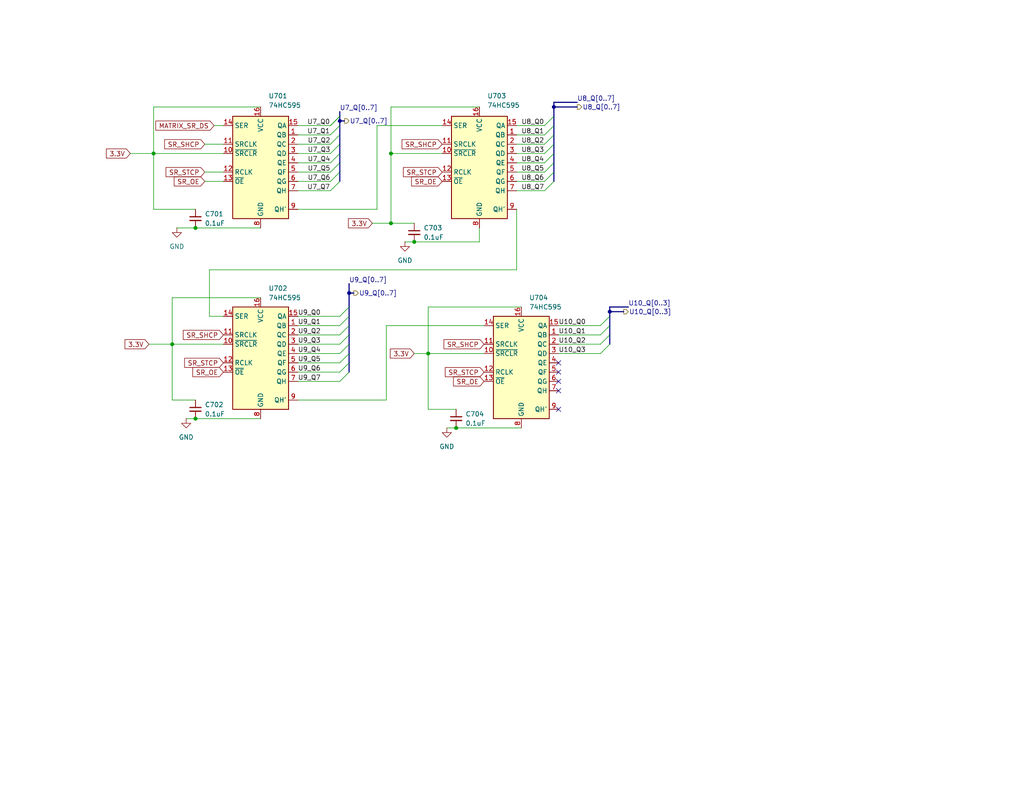
<source format=kicad_sch>
(kicad_sch (version 20250114) (generator "eeschema") (generator_version "9.0")
  (paper "USLetter")
  (title_block (title "ESP332 Guitar Patch Bay") (date "2025-05-27") (rev "1"))
  (lib_symbols
    (symbol "74xx:74HC595"
      (property "Reference" "U" (at -7.62 13.97 0))
      (property "Value" "74HC595" (at -7.62 -16.51 0))
      (symbol "74HC595_1_0"
        (pin input line (at -10.16 10.16 0) (length 2.54) (name "SER") (number "14"))
        (pin input line (at -10.16 5.08 0) (length 2.54) (name "SRCLK") (number "11"))
        (pin input line (at -10.16 2.54 0) (length 2.54) (name "~{SRCLR}") (number "10"))
        (pin input line (at -10.16 -2.54 0) (length 2.54) (name "RCLK") (number "12"))
        (pin input line (at -10.16 -5.08 0) (length 2.54) (name "~{OE}") (number "13"))
        (pin power_in line (at 0 15.24 270) (length 2.54) (name "VCC") (number "16"))
        (pin power_in line (at 0 -17.78 90) (length 2.54) (name "GND") (number "8"))
        (pin tri_state line (at 10.16 10.16 180) (length 2.54) (name "QA") (number "15"))
        (pin tri_state line (at 10.16 7.62 180) (length 2.54) (name "QB") (number "1"))
        (pin tri_state line (at 10.16 5.08 180) (length 2.54) (name "QC") (number "2"))
        (pin tri_state line (at 10.16 2.54 180) (length 2.54) (name "QD") (number "3"))
        (pin tri_state line (at 10.16 0 180) (length 2.54) (name "QE") (number "4"))
        (pin tri_state line (at 10.16 -2.54 180) (length 2.54) (name "QF") (number "5"))
        (pin tri_state line (at 10.16 -5.08 180) (length 2.54) (name "QG") (number "6"))
        (pin tri_state line (at 10.16 -7.62 180) (length 2.54) (name "QH") (number "7"))
        (pin output line (at 10.16 -12.7 180) (length 2.54) (name "QH'") (number "9"))
      )
      (symbol "74HC595_1_1"
        (rectangle (start -7.62 12.7) (end 7.62 -15.24) (stroke (width 0.254)) (fill (type background)))
      )
    )
    (symbol "Device:C_Small" (pin_numbers (hide yes)) (pin_names (offset 0.254) (hide yes))
      (property "Reference" "C" (at 0.254 1.778 0))
      (property "Value" "C_Small" (at 0.254 -2.032 0))
      (symbol "C_Small_0_1"
        (polyline (pts (xy -1.524 0.508) (xy 1.524 0.508)) (stroke (width 0.3048)))
        (polyline (pts (xy -1.524 -0.508) (xy 1.524 -0.508)) (stroke (width 0.3302)))
      )
      (symbol "C_Small_1_1"
        (pin passive line (at 0 2.54 270) (length 2.032) (name "~") (number "1"))
        (pin passive line (at 0 -2.54 90) (length 2.032) (name "~") (number "2"))
      )
    )
    (symbol "GND_1" (power) (pin_numbers (hide yes)) (pin_names (offset 0) (hide yes))
      (property "Value" "GND" (at 0 -3.81 0))
      (symbol "GND_1_0_1"
        (polyline (pts (xy 0 0) (xy 0 -1.27) (xy 1.27 -1.27) (xy 0 -2.54) (xy -1.27 -1.27) (xy 0 -1.27)))
      )
      (symbol "GND_1_1_1"
        (pin power_in line (at 0 0 270) (length 0) (name "~") (number "1"))
      )
    )
  )
  (junction (at 151.13 29.21))
  (junction (at 92.71 33.02))
  (junction (at 53.34 114.3))
  (junction (at 124.46 116.84))
  (junction (at 166.37 85.09))
  (junction (at 113.03 66.04))
  (junction (at 41.91 41.91))
  (junction (at 106.68 41.91))
  (junction (at 106.68 60.96))
  (junction (at 95.25 80.01))
  (junction (at 116.84 96.52))
  (junction (at 46.99 93.98))
  (junction (at 53.34 62.23))
  (no_connect (at 152.4 106.68))
  (no_connect (at 152.4 99.06))
  (no_connect (at 152.4 104.14))
  (no_connect (at 152.4 101.6))
  (no_connect (at 152.4 111.76))
  (bus_entry (at 90.17 46.99) (size 2.54 -2.54))
  (bus_entry (at 90.17 49.53) (size 2.54 -2.54))
  (bus_entry (at 151.13 34.29) (size -2.54 2.54))
  (bus_entry (at 95.25 99.06) (size -2.54 2.54))
  (bus_entry (at 90.17 34.29) (size 2.54 -2.54))
  (bus_entry (at 92.71 49.53) (size -2.54 2.54))
  (bus_entry (at 90.17 44.45) (size 2.54 -2.54))
  (bus_entry (at 151.13 49.53) (size -2.54 2.54))
  (bus_entry (at 95.25 91.44) (size -2.54 2.54))
  (bus_entry (at 166.37 88.9) (size -2.54 2.54))
  (bus_entry (at 151.13 46.99) (size -2.54 2.54))
  (bus_entry (at 151.13 31.75) (size -2.54 2.54))
  (bus_entry (at 166.37 91.44) (size -2.54 2.54))
  (bus_entry (at 95.25 83.82) (size -2.54 2.54))
  (bus_entry (at 95.25 86.36) (size -2.54 2.54))
  (bus_entry (at 92.71 34.29) (size -2.54 2.54))
  (bus_entry (at 151.13 41.91) (size -2.54 2.54))
  (bus_entry (at 95.25 88.9) (size -2.54 2.54))
  (bus_entry (at 151.13 39.37) (size -2.54 2.54))
  (bus_entry (at 95.25 101.6) (size -2.54 2.54))
  (bus_entry (at 166.37 93.98) (size -2.54 2.54))
  (bus_entry (at 92.71 31.75) (size -2.54 2.54))
  (bus_entry (at 151.13 44.45) (size -2.54 2.54))
  (bus_entry (at 95.25 93.98) (size -2.54 2.54))
  (bus_entry (at 151.13 36.83) (size -2.54 2.54))
  (bus_entry (at 90.17 39.37) (size 2.54 -2.54))
  (bus_entry (at 166.37 86.36) (size -2.54 2.54))
  (bus_entry (at 95.25 96.52) (size -2.54 2.54))
  (bus_entry (at 90.17 41.91) (size 2.54 -2.54))
  (wire (pts (xy 41.91 41.91) (xy 41.91 57.15)))
  (wire (pts (xy 81.28 49.53) (xy 90.17 49.53)))
  (wire (pts (xy 81.28 57.15) (xy 102.87 57.15)))
  (wire (pts (xy 46.99 93.98) (xy 46.99 109.22)))
  (bus (pts (xy 95.25 83.82) (xy 95.25 80.01)))
  (wire (pts (xy 105.41 88.9) (xy 132.08 88.9)))
  (wire (pts (xy 152.4 88.9) (xy 163.83 88.9)))
  (bus (pts (xy 92.71 33.02) (xy 92.71 34.29)))
  (wire (pts (xy 81.28 99.06) (xy 92.71 99.06)))
  (bus (pts (xy 92.71 46.99) (xy 92.71 49.53)))
  (wire (pts (xy 106.68 41.91) (xy 120.65 41.91)))
  (wire (pts (xy 81.28 36.83) (xy 90.17 36.83)))
  (wire (pts (xy 140.97 34.29) (xy 148.59 34.29)))
  (bus (pts (xy 92.71 41.91) (xy 92.71 44.45)))
  (wire (pts (xy 81.28 88.9) (xy 92.71 88.9)))
  (wire (pts (xy 81.28 109.22) (xy 105.41 109.22)))
  (wire (pts (xy 121.92 116.84) (xy 124.46 116.84)))
  (bus (pts (xy 166.37 85.09) (xy 166.37 83.82)))
  (wire (pts (xy 81.28 44.45) (xy 90.17 44.45)))
  (wire (pts (xy 106.68 41.91) (xy 106.68 29.21)))
  (wire (pts (xy 152.4 93.98) (xy 163.83 93.98)))
  (wire (pts (xy 113.03 96.52) (xy 116.84 96.52)))
  (wire (pts (xy 81.28 34.29) (xy 90.17 34.29)))
  (wire (pts (xy 57.15 86.36) (xy 60.96 86.36)))
  (bus (pts (xy 166.37 85.09) (xy 170.18 85.09)))
  (wire (pts (xy 50.8 114.3) (xy 53.34 114.3)))
  (wire (pts (xy 105.41 109.22) (xy 105.41 88.9)))
  (wire (pts (xy 81.28 41.91) (xy 90.17 41.91)))
  (bus (pts (xy 95.25 80.01) (xy 96.52 80.01)))
  (wire (pts (xy 81.28 104.14) (xy 92.71 104.14)))
  (wire (pts (xy 81.28 52.07) (xy 90.17 52.07)))
  (bus (pts (xy 151.13 39.37) (xy 151.13 36.83)))
  (bus (pts (xy 92.71 44.45) (xy 92.71 46.99)))
  (bus (pts (xy 95.25 80.01) (xy 95.25 77.47)))
  (bus (pts (xy 92.71 34.29) (xy 92.71 36.83)))
  (bus (pts (xy 95.25 96.52) (xy 95.25 93.98)))
  (wire (pts (xy 57.15 73.66) (xy 57.15 86.36)))
  (wire (pts (xy 140.97 46.99) (xy 148.59 46.99)))
  (bus (pts (xy 151.13 46.99) (xy 151.13 44.45)))
  (bus (pts (xy 92.71 39.37) (xy 92.71 41.91)))
  (wire (pts (xy 113.03 60.96) (xy 106.68 60.96)))
  (wire (pts (xy 116.84 96.52) (xy 132.08 96.52)))
  (wire (pts (xy 152.4 91.44) (xy 163.83 91.44)))
  (bus (pts (xy 166.37 91.44) (xy 166.37 93.98)))
  (wire (pts (xy 53.34 109.22) (xy 46.99 109.22)))
  (wire (pts (xy 106.68 41.91) (xy 106.68 60.96)))
  (wire (pts (xy 81.28 46.99) (xy 90.17 46.99)))
  (wire (pts (xy 81.28 86.36) (xy 92.71 86.36)))
  (bus (pts (xy 166.37 91.44) (xy 166.37 88.9)))
  (wire (pts (xy 140.97 49.53) (xy 148.59 49.53)))
  (wire (pts (xy 113.03 66.04) (xy 130.81 66.04)))
  (wire (pts (xy 40.64 93.98) (xy 46.99 93.98)))
  (bus (pts (xy 166.37 83.82) (xy 171.45 83.82)))
  (bus (pts (xy 151.13 29.21) (xy 151.13 27.94)))
  (wire (pts (xy 81.28 91.44) (xy 92.71 91.44)))
  (bus (pts (xy 92.71 36.83) (xy 92.71 39.37)))
  (bus (pts (xy 151.13 34.29) (xy 151.13 31.75)))
  (wire (pts (xy 60.96 39.37) (xy 55.88 39.37)))
  (bus (pts (xy 95.25 91.44) (xy 95.25 88.9)))
  (bus (pts (xy 151.13 44.45) (xy 151.13 41.91)))
  (bus (pts (xy 95.25 93.98) (xy 95.25 91.44)))
  (wire (pts (xy 130.81 62.23) (xy 130.81 66.04)))
  (wire (pts (xy 140.97 52.07) (xy 148.59 52.07)))
  (wire (pts (xy 106.68 60.96) (xy 101.6 60.96)))
  (wire (pts (xy 46.99 93.98) (xy 60.96 93.98)))
  (wire (pts (xy 53.34 62.23) (xy 71.12 62.23)))
  (bus (pts (xy 95.25 99.06) (xy 95.25 96.52)))
  (bus (pts (xy 95.25 88.9) (xy 95.25 86.36)))
  (wire (pts (xy 71.12 81.28) (xy 46.99 81.28)))
  (wire (pts (xy 55.88 49.53) (xy 60.96 49.53)))
  (wire (pts (xy 53.34 57.15) (xy 41.91 57.15)))
  (wire (pts (xy 110.49 66.04) (xy 113.03 66.04)))
  (wire (pts (xy 81.28 96.52) (xy 92.71 96.52)))
  (bus (pts (xy 93.98 33.02) (xy 92.71 33.02)))
  (wire (pts (xy 35.56 41.91) (xy 41.91 41.91)))
  (wire (pts (xy 142.24 83.82) (xy 116.84 83.82)))
  (wire (pts (xy 140.97 73.66) (xy 140.97 57.15)))
  (bus (pts (xy 92.71 31.75) (xy 92.71 33.02)))
  (bus (pts (xy 151.13 29.21) (xy 157.48 29.21)))
  (wire (pts (xy 48.26 62.23) (xy 53.34 62.23)))
  (bus (pts (xy 95.25 101.6) (xy 95.25 99.06)))
  (bus (pts (xy 151.13 36.83) (xy 151.13 34.29)))
  (wire (pts (xy 124.46 116.84) (xy 142.24 116.84)))
  (wire (pts (xy 140.97 39.37) (xy 148.59 39.37)))
  (wire (pts (xy 53.34 114.3) (xy 71.12 114.3)))
  (bus (pts (xy 151.13 31.75) (xy 151.13 29.21)))
  (bus (pts (xy 151.13 49.53) (xy 151.13 46.99)))
  (wire (pts (xy 81.28 101.6) (xy 92.71 101.6)))
  (wire (pts (xy 55.88 46.99) (xy 60.96 46.99)))
  (wire (pts (xy 140.97 36.83) (xy 148.59 36.83)))
  (bus (pts (xy 95.25 86.36) (xy 95.25 83.82)))
  (wire (pts (xy 41.91 41.91) (xy 60.96 41.91)))
  (bus (pts (xy 157.48 27.94) (xy 151.13 27.94)))
  (wire (pts (xy 116.84 83.82) (xy 116.84 96.52)))
  (wire (pts (xy 81.28 39.37) (xy 90.17 39.37)))
  (bus (pts (xy 166.37 88.9) (xy 166.37 86.36)))
  (wire (pts (xy 71.12 29.21) (xy 41.91 29.21)))
  (wire (pts (xy 140.97 41.91) (xy 148.59 41.91)))
  (wire (pts (xy 41.91 29.21) (xy 41.91 41.91)))
  (wire (pts (xy 102.87 34.29) (xy 120.65 34.29)))
  (wire (pts (xy 57.15 73.66) (xy 140.97 73.66)))
  (wire (pts (xy 140.97 44.45) (xy 148.59 44.45)))
  (wire (pts (xy 46.99 81.28) (xy 46.99 93.98)))
  (wire (pts (xy 106.68 29.21) (xy 130.81 29.21)))
  (wire (pts (xy 124.46 111.76) (xy 116.84 111.76)))
  (bus (pts (xy 166.37 86.36) (xy 166.37 85.09)))
  (wire (pts (xy 102.87 34.29) (xy 102.87 57.15)))
  (wire (pts (xy 58.42 34.29) (xy 60.96 34.29)))
  (wire (pts (xy 152.4 96.52) (xy 163.83 96.52)))
  (wire (pts (xy 81.28 93.98) (xy 92.71 93.98)))
  (bus (pts (xy 92.71 30.48) (xy 92.71 31.75)))
  (wire (pts (xy 116.84 96.52) (xy 116.84 111.76)))
  (bus (pts (xy 151.13 41.91) (xy 151.13 39.37)))
  (label "U7_Q1" (at 83.82 36.83 0))
  (label "U10_Q0" (at 152.4 88.9 0))
  (label "U8_Q4" (at 142.24 44.45 0))
  (label "U7_Q0" (at 83.82 34.29 0))
  (label "U9_Q5" (at 81.28 99.06 0))
  (label "U7_Q4" (at 90.17 44.45 180))
  (label "U10_Q2" (at 152.4 93.98 0))
  (label "U8_Q0" (at 142.24 34.29 0))
  (label "U10_Q1" (at 152.4 91.44 0))
  (label "U8_Q[0..7]" (at 157.48 27.94 0))
  (label "U8_Q2" (at 142.24 39.37 0))
  (label "U9_Q3" (at 81.28 93.98 0))
  (label "U9_Q7" (at 81.28 104.14 0))
  (label "U7_Q5" (at 90.17 46.99 180))
  (label "U8_Q1" (at 142.24 36.83 0))
  (label "U7_Q7" (at 83.82 52.07 0))
  (label "U9_Q6" (at 81.28 101.6 0))
  (label "U10_Q3" (at 152.4 96.52 0))
  (label "U8_Q3" (at 142.24 41.91 0))
  (label "U7_Q6" (at 90.17 49.53 180))
  (label "U7_Q2" (at 90.17 39.37 180))
  (label "U9_Q4" (at 81.28 96.52 0))
  (label "U8_Q5" (at 142.24 46.99 0))
  (label "U9_Q0" (at 81.28 86.36 0))
  (label "U7_Q3" (at 90.17 41.91 180))
  (label "U8_Q7" (at 142.24 52.07 0))
  (label "U9_Q[0..7]" (at 95.25 77.47 0))
  (label "U10_Q[0..3]" (at 171.45 83.82 0))
  (label "U8_Q6" (at 142.24 49.53 0))
  (label "U7_Q[0..7]" (at 92.71 30.48 0))
  (label "U9_Q1" (at 81.28 88.9 0))
  (label "U9_Q2" (at 81.28 91.44 0))
  (global_label "SR_STCP" (shape input) (at 55.88 46.99 180) (property "Intersheetrefs" "${INTERSHEET_REFS}" (effects (hide yes))))
  (global_label "SR_SHCP" (shape input) (at 55.88 39.37 180) (property "Intersheetrefs" "${INTERSHEET_REFS}" (effects (hide yes))))
  (global_label "SR_SHCP" (shape input) (at 132.08 93.98 180) (property "Intersheetrefs" "${INTERSHEET_REFS}" (effects (hide yes))))
  (global_label "SR_OE" (shape input) (at 120.65 49.53 180) (property "Intersheetrefs" "${INTERSHEET_REFS}" (effects (hide yes))))
  (global_label "SR_STCP" (shape input) (at 132.08 101.6 180) (property "Intersheetrefs" "${INTERSHEET_REFS}" (effects (hide yes))))
  (global_label "SR_STCP" (shape input) (at 60.96 99.06 180) (property "Intersheetrefs" "${INTERSHEET_REFS}" (effects (hide yes))))
  (global_label "SR_OE" (shape input) (at 60.96 101.6 180) (property "Intersheetrefs" "${INTERSHEET_REFS}" (effects (hide yes))))
  (global_label "SR_OE" (shape input) (at 132.08 104.14 180) (property "Intersheetrefs" "${INTERSHEET_REFS}" (effects (hide yes))))
  (global_label "SR_STCP" (shape input) (at 120.65 46.99 180) (property "Intersheetrefs" "${INTERSHEET_REFS}" (effects (hide yes))))
  (global_label "SR_SHCP" (shape input) (at 60.96 91.44 180) (property "Intersheetrefs" "${INTERSHEET_REFS}" (effects (hide yes))))
  (global_label "3.3V" (shape input) (at 101.6 60.96 180) (property "Intersheetrefs" "${INTERSHEET_REFS}" (effects (hide yes))))
  (global_label "3.3V" (shape input) (at 113.03 96.52 180) (property "Intersheetrefs" "${INTERSHEET_REFS}" (effects (hide yes))))
  (global_label "SR_SHCP" (shape input) (at 120.65 39.37 180) (property "Intersheetrefs" "${INTERSHEET_REFS}" (effects (hide yes))))
  (global_label "3.3V" (shape input) (at 40.64 93.98 180) (property "Intersheetrefs" "${INTERSHEET_REFS}" (effects (hide yes))))
  (global_label "3.3V" (shape input) (at 35.56 41.91 180) (property "Intersheetrefs" "${INTERSHEET_REFS}" (effects (hide yes))))
  (global_label "MATRIX_SR_DS" (shape input) (at 58.42 34.29 180) (property "Intersheetrefs" "${INTERSHEET_REFS}" (effects (hide yes))))
  (global_label "SR_OE" (shape input) (at 55.88 49.53 180) (property "Intersheetrefs" "${INTERSHEET_REFS}" (effects (hide yes))))
  (hierarchical_label "U7_Q[0..7]" (shape output) (at 93.98 33.02 0))
  (hierarchical_label "U10_Q[0..3]" (shape output) (at 170.18 85.09 0))
  (hierarchical_label "U8_Q[0..7]" (shape output) (at 157.48 29.21 0))
  (hierarchical_label "U9_Q[0..7]" (shape output) (at 96.52 80.01 0))
  (symbol (lib_id "Device:C_Small") (at 124.46 114.3 0) (unit 1)
    (property "Reference" "C704" (at 127 113.0362 0) (effects (justify left)))
    (property "Value" "0.1uF" (at 127 115.5762 0) (effects (justify left)))
    (property "Footprint" "Capacitor_THT:C_Disc_D5.0mm_W2.5mm_P2.50mm" (effects (hide yes)))
    (property "Description" "Unpolarized capacitor, small symbol" (effects (hide yes)))
  )
  (symbol (lib_id "74xx:74HC595") (at 71.12 96.52 0) (unit 1)
    (property "Reference" "U702" (at 73.2633 78.74 0) (effects (justify left)))
    (property "Value" "74HC595" (at 73.2633 81.28 0) (effects (justify left)))
    (property "Footprint" "Package_DIP:DIP-16_W7.62mm" (effects (hide yes)))
    (property "Datasheet" "http://www.ti.com/lit/ds/symlink/sn74hc595.pdf" (effects (hide yes)))
    (property "Description" "8-bit serial in/out Shift Register 3-State Outputs" (effects (hide yes)))
  )
  (symbol (lib_id "Device:C_Small") (at 53.34 111.76 0) (unit 1)
    (property "Reference" "C702" (at 55.88 110.4962 0) (effects (justify left)))
    (property "Value" "0.1uF" (at 55.88 113.0362 0) (effects (justify left)))
    (property "Footprint" "Capacitor_THT:C_Disc_D5.0mm_W2.5mm_P2.50mm" (effects (hide yes)))
    (property "Description" "Unpolarized capacitor, small symbol" (effects (hide yes)))
  )
  (symbol (lib_name "GND_1") (lib_id "power:GND") (at 121.92 116.84 0) (unit 1)
    (property "Reference" "#PWR0704" (effects (hide yes)))
    (property "Value" "GND" (at 121.92 121.92 0))
    (property "Description" "Power symbol creates a global label with name \"GND\" , ground" (effects (hide yes)))
  )
  (symbol (lib_id "74xx:74HC595") (at 71.12 44.45 0) (unit 1)
    (property "Reference" "U701" (at 73.2633 26.2 0) (effects (justify left)))
    (property "Value" "74HC595" (at 73.2633 28.74 0) (effects (justify left)))
    (property "Footprint" "Package_DIP:DIP-16_W7.62mm" (effects (hide yes)))
    (property "Datasheet" "http://www.ti.com/lit/ds/symlink/sn74hc595.pdf" (effects (hide yes)))
    (property "Description" "8-bit serial in/out Shift Register 3-State Outputs" (effects (hide yes)))
  )
  (symbol (lib_name "GND_1") (lib_id "power:GND") (at 50.8 114.3 0) (unit 1)
    (property "Reference" "#PWR0702" (effects (hide yes)))
    (property "Value" "GND" (at 50.8 119.38 0))
    (property "Description" "Power symbol creates a global label with name \"GND\" , ground" (effects (hide yes)))
  )
  (symbol (lib_id "74xx:74HC595") (at 142.24 99.06 0) (unit 1)
    (property "Reference" "U704" (at 144.3833 81.28 0) (effects (justify left)))
    (property "Value" "74HC595" (at 144.3833 83.82 0) (effects (justify left)))
    (property "Footprint" "Package_DIP:DIP-16_W7.62mm" (effects (hide yes)))
    (property "Datasheet" "http://www.ti.com/lit/ds/symlink/sn74hc595.pdf" (effects (hide yes)))
    (property "Description" "8-bit serial in/out Shift Register 3-State Outputs" (effects (hide yes)))
  )
  (symbol (lib_id "Device:C_Small") (at 53.34 59.69 0) (unit 1)
    (property "Reference" "C701" (at 55.88 58.4262 0) (effects (justify left)))
    (property "Value" "0.1uF" (at 55.88 60.9662 0) (effects (justify left)))
    (property "Footprint" "Capacitor_THT:C_Disc_D5.0mm_W2.5mm_P2.50mm" (effects (hide yes)))
    (property "Description" "Unpolarized capacitor, small symbol" (effects (hide yes)))
  )
  (symbol (lib_id "74xx:74HC595") (at 130.81 44.45 0) (unit 1)
    (property "Reference" "U703" (at 132.9533 26.2 0) (effects (justify left)))
    (property "Value" "74HC595" (at 132.9533 28.74 0) (effects (justify left)))
    (property "Footprint" "Package_DIP:DIP-16_W7.62mm" (effects (hide yes)))
    (property "Datasheet" "http://www.ti.com/lit/ds/symlink/sn74hc595.pdf" (effects (hide yes)))
    (property "Description" "8-bit serial in/out Shift Register 3-State Outputs" (effects (hide yes)))
  )
  (symbol (lib_name "GND_1") (lib_id "power:GND") (at 48.26 62.23 0) (unit 1)
    (property "Reference" "#PWR0701" (effects (hide yes)))
    (property "Value" "GND" (at 48.26 67.31 0))
    (property "Description" "Power symbol creates a global label with name \"GND\" , ground" (effects (hide yes)))
  )
  (symbol (lib_name "GND_1") (lib_id "power:GND") (at 110.49 66.04 0) (unit 1)
    (property "Reference" "#PWR0703" (effects (hide yes)))
    (property "Value" "GND" (at 110.49 71.12 0))
    (property "Description" "Power symbol creates a global label with name \"GND\" , ground" (effects (hide yes)))
  )
  (symbol (lib_id "Device:C_Small") (at 113.03 63.5 0) (unit 1)
    (property "Reference" "C703" (at 115.57 62.2362 0) (effects (justify left)))
    (property "Value" "0.1uF" (at 115.57 64.7762 0) (effects (justify left)))
    (property "Footprint" "Capacitor_THT:C_Disc_D5.0mm_W2.5mm_P2.50mm" (effects (hide yes)))
    (property "Description" "Unpolarized capacitor, small symbol" (effects (hide yes)))
  )
)
</source>
